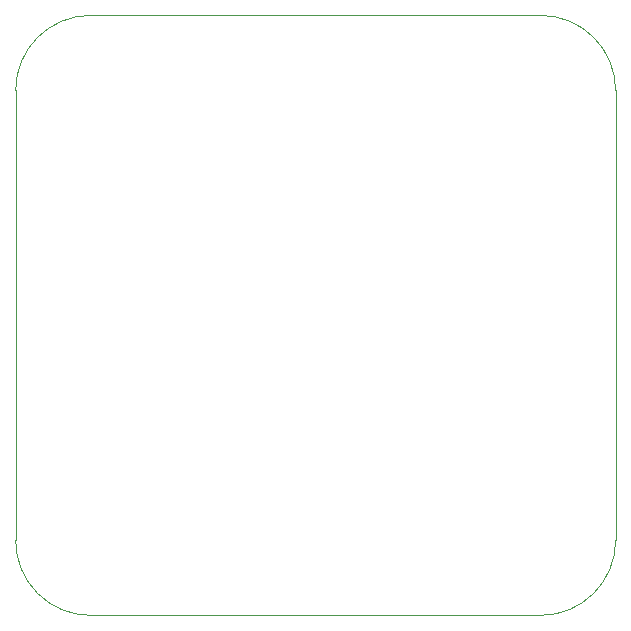
<source format=gbr>
%TF.GenerationSoftware,KiCad,Pcbnew,7.0.5*%
%TF.CreationDate,2023-09-16T15:22:35-07:00*%
%TF.ProjectId,PulseCounterI2C,50756c73-6543-46f7-956e-746572493243,rev?*%
%TF.SameCoordinates,Original*%
%TF.FileFunction,Profile,NP*%
%FSLAX46Y46*%
G04 Gerber Fmt 4.6, Leading zero omitted, Abs format (unit mm)*
G04 Created by KiCad (PCBNEW 7.0.5) date 2023-09-16 15:22:35*
%MOMM*%
%LPD*%
G01*
G04 APERTURE LIST*
%TA.AperFunction,Profile*%
%ADD10C,0.100000*%
%TD*%
G04 APERTURE END LIST*
D10*
X127000000Y-57150000D02*
G75*
G03*
X120650000Y-63500000I0J-6350000D01*
G01*
X171450000Y-63500000D02*
G75*
G03*
X165100000Y-57150000I-6350000J0D01*
G01*
X120650000Y-101600000D02*
X120650000Y-63500000D01*
X165100000Y-107950000D02*
X127000000Y-107950000D01*
X165100000Y-107950000D02*
G75*
G03*
X171450000Y-101600000I0J6350000D01*
G01*
X127000000Y-57150000D02*
X165100000Y-57150000D01*
X120650000Y-101600000D02*
G75*
G03*
X127000000Y-107950000I6350000J0D01*
G01*
X171450000Y-63500000D02*
X171450000Y-101600000D01*
M02*

</source>
